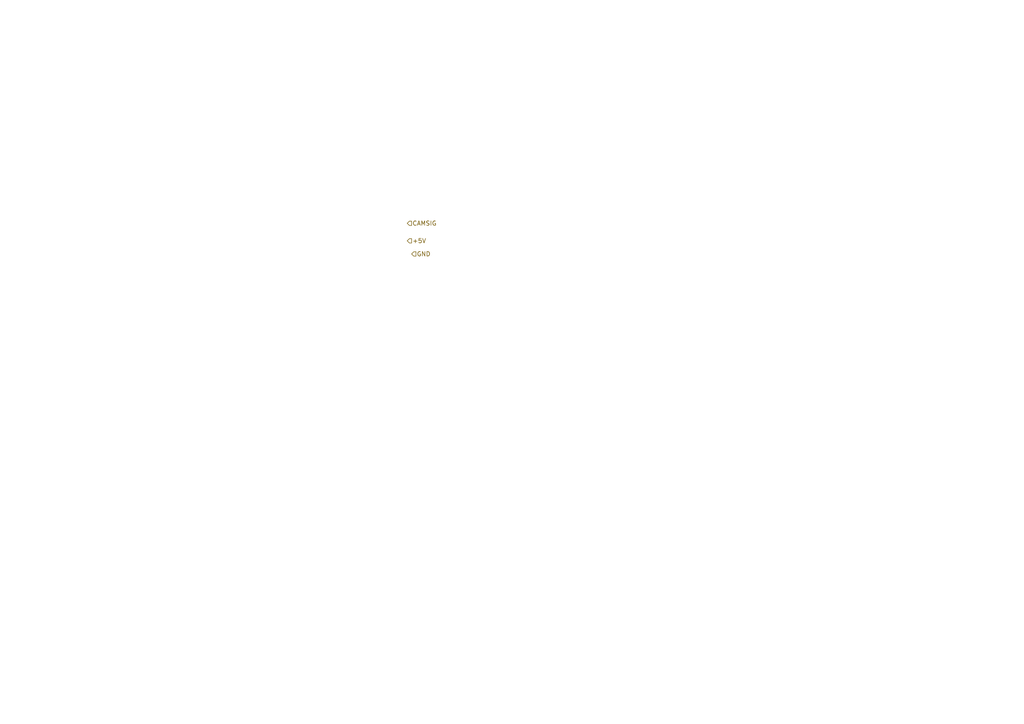
<source format=kicad_sch>
(kicad_sch (version 20230121) (generator eeschema)
  (paper "A4")
  (lib_symbols)
  (hierarchical_label "GND" (shape input) (at 119.38 73.66 0))
  (hierarchical_label "+5V" (shape input) (at 118.11 69.85 0))
  (hierarchical_label "CAMSIG" (shape input) (at 118.11 64.77 0))
)
</source>
